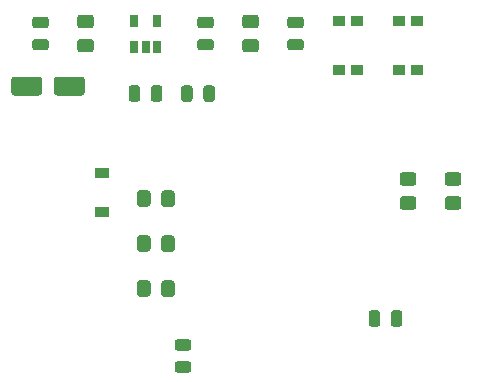
<source format=gbr>
G04 #@! TF.GenerationSoftware,KiCad,Pcbnew,(5.1.6-0-10_14)*
G04 #@! TF.CreationDate,2020-11-11T00:58:41-06:00*
G04 #@! TF.ProjectId,TempHumSensWithESP01,54656d70-4875-46d5-9365-6e7357697468,rev?*
G04 #@! TF.SameCoordinates,Original*
G04 #@! TF.FileFunction,Paste,Top*
G04 #@! TF.FilePolarity,Positive*
%FSLAX46Y46*%
G04 Gerber Fmt 4.6, Leading zero omitted, Abs format (unit mm)*
G04 Created by KiCad (PCBNEW (5.1.6-0-10_14)) date 2020-11-11 00:58:41*
%MOMM*%
%LPD*%
G01*
G04 APERTURE LIST*
%ADD10R,1.000000X0.900000*%
%ADD11R,0.650000X1.060000*%
%ADD12R,1.200000X0.900000*%
G04 APERTURE END LIST*
G36*
G01*
X146110000Y-81095001D02*
X146110000Y-80194999D01*
G75*
G02*
X146359999Y-79945000I249999J0D01*
G01*
X147010001Y-79945000D01*
G75*
G02*
X147260000Y-80194999I0J-249999D01*
G01*
X147260000Y-81095001D01*
G75*
G02*
X147010001Y-81345000I-249999J0D01*
G01*
X146359999Y-81345000D01*
G75*
G02*
X146110000Y-81095001I0J249999D01*
G01*
G37*
G36*
G01*
X144060000Y-81095001D02*
X144060000Y-80194999D01*
G75*
G02*
X144309999Y-79945000I249999J0D01*
G01*
X144960001Y-79945000D01*
G75*
G02*
X145210000Y-80194999I0J-249999D01*
G01*
X145210000Y-81095001D01*
G75*
G02*
X144960001Y-81345000I-249999J0D01*
G01*
X144309999Y-81345000D01*
G75*
G02*
X144060000Y-81095001I0J249999D01*
G01*
G37*
G36*
G01*
X136025000Y-62950000D02*
X136025000Y-64050000D01*
G75*
G02*
X135775000Y-64300000I-250000J0D01*
G01*
X133675000Y-64300000D01*
G75*
G02*
X133425000Y-64050000I0J250000D01*
G01*
X133425000Y-62950000D01*
G75*
G02*
X133675000Y-62700000I250000J0D01*
G01*
X135775000Y-62700000D01*
G75*
G02*
X136025000Y-62950000I0J-250000D01*
G01*
G37*
G36*
G01*
X139625000Y-62950000D02*
X139625000Y-64050000D01*
G75*
G02*
X139375000Y-64300000I-250000J0D01*
G01*
X137275000Y-64300000D01*
G75*
G02*
X137025000Y-64050000I0J250000D01*
G01*
X137025000Y-62950000D01*
G75*
G02*
X137275000Y-62700000I250000J0D01*
G01*
X139375000Y-62700000D01*
G75*
G02*
X139625000Y-62950000I0J-250000D01*
G01*
G37*
G36*
G01*
X147498750Y-86810000D02*
X148411250Y-86810000D01*
G75*
G02*
X148655000Y-87053750I0J-243750D01*
G01*
X148655000Y-87541250D01*
G75*
G02*
X148411250Y-87785000I-243750J0D01*
G01*
X147498750Y-87785000D01*
G75*
G02*
X147255000Y-87541250I0J243750D01*
G01*
X147255000Y-87053750D01*
G75*
G02*
X147498750Y-86810000I243750J0D01*
G01*
G37*
G36*
G01*
X147498750Y-84935000D02*
X148411250Y-84935000D01*
G75*
G02*
X148655000Y-85178750I0J-243750D01*
G01*
X148655000Y-85666250D01*
G75*
G02*
X148411250Y-85910000I-243750J0D01*
G01*
X147498750Y-85910000D01*
G75*
G02*
X147255000Y-85666250I0J243750D01*
G01*
X147255000Y-85178750D01*
G75*
G02*
X147498750Y-84935000I243750J0D01*
G01*
G37*
D10*
X166205000Y-62121000D03*
X167805000Y-62121000D03*
X166205000Y-58021000D03*
X167805000Y-58021000D03*
G36*
G01*
X157023750Y-59505000D02*
X157936250Y-59505000D01*
G75*
G02*
X158180000Y-59748750I0J-243750D01*
G01*
X158180000Y-60236250D01*
G75*
G02*
X157936250Y-60480000I-243750J0D01*
G01*
X157023750Y-60480000D01*
G75*
G02*
X156780000Y-60236250I0J243750D01*
G01*
X156780000Y-59748750D01*
G75*
G02*
X157023750Y-59505000I243750J0D01*
G01*
G37*
G36*
G01*
X157023750Y-57630000D02*
X157936250Y-57630000D01*
G75*
G02*
X158180000Y-57873750I0J-243750D01*
G01*
X158180000Y-58361250D01*
G75*
G02*
X157936250Y-58605000I-243750J0D01*
G01*
X157023750Y-58605000D01*
G75*
G02*
X156780000Y-58361250I0J243750D01*
G01*
X156780000Y-57873750D01*
G75*
G02*
X157023750Y-57630000I243750J0D01*
G01*
G37*
G36*
G01*
X135433750Y-59505000D02*
X136346250Y-59505000D01*
G75*
G02*
X136590000Y-59748750I0J-243750D01*
G01*
X136590000Y-60236250D01*
G75*
G02*
X136346250Y-60480000I-243750J0D01*
G01*
X135433750Y-60480000D01*
G75*
G02*
X135190000Y-60236250I0J243750D01*
G01*
X135190000Y-59748750D01*
G75*
G02*
X135433750Y-59505000I243750J0D01*
G01*
G37*
G36*
G01*
X135433750Y-57630000D02*
X136346250Y-57630000D01*
G75*
G02*
X136590000Y-57873750I0J-243750D01*
G01*
X136590000Y-58361250D01*
G75*
G02*
X136346250Y-58605000I-243750J0D01*
G01*
X135433750Y-58605000D01*
G75*
G02*
X135190000Y-58361250I0J243750D01*
G01*
X135190000Y-57873750D01*
G75*
G02*
X135433750Y-57630000I243750J0D01*
G01*
G37*
D11*
X143830000Y-57955000D03*
X145730000Y-57955000D03*
X145730000Y-60155000D03*
X144780000Y-60155000D03*
X143830000Y-60155000D03*
D10*
X162725000Y-58021000D03*
X161125000Y-58021000D03*
X162725000Y-62121000D03*
X161125000Y-62121000D03*
G36*
G01*
X167455001Y-71940000D02*
X166554999Y-71940000D01*
G75*
G02*
X166305000Y-71690001I0J249999D01*
G01*
X166305000Y-71039999D01*
G75*
G02*
X166554999Y-70790000I249999J0D01*
G01*
X167455001Y-70790000D01*
G75*
G02*
X167705000Y-71039999I0J-249999D01*
G01*
X167705000Y-71690001D01*
G75*
G02*
X167455001Y-71940000I-249999J0D01*
G01*
G37*
G36*
G01*
X167455001Y-73990000D02*
X166554999Y-73990000D01*
G75*
G02*
X166305000Y-73740001I0J249999D01*
G01*
X166305000Y-73089999D01*
G75*
G02*
X166554999Y-72840000I249999J0D01*
G01*
X167455001Y-72840000D01*
G75*
G02*
X167705000Y-73089999I0J-249999D01*
G01*
X167705000Y-73740001D01*
G75*
G02*
X167455001Y-73990000I-249999J0D01*
G01*
G37*
G36*
G01*
X171265001Y-71940000D02*
X170364999Y-71940000D01*
G75*
G02*
X170115000Y-71690001I0J249999D01*
G01*
X170115000Y-71039999D01*
G75*
G02*
X170364999Y-70790000I249999J0D01*
G01*
X171265001Y-70790000D01*
G75*
G02*
X171515000Y-71039999I0J-249999D01*
G01*
X171515000Y-71690001D01*
G75*
G02*
X171265001Y-71940000I-249999J0D01*
G01*
G37*
G36*
G01*
X171265001Y-73990000D02*
X170364999Y-73990000D01*
G75*
G02*
X170115000Y-73740001I0J249999D01*
G01*
X170115000Y-73089999D01*
G75*
G02*
X170364999Y-72840000I249999J0D01*
G01*
X171265001Y-72840000D01*
G75*
G02*
X171515000Y-73089999I0J-249999D01*
G01*
X171515000Y-73740001D01*
G75*
G02*
X171265001Y-73990000I-249999J0D01*
G01*
G37*
G36*
G01*
X144060000Y-73475001D02*
X144060000Y-72574999D01*
G75*
G02*
X144309999Y-72325000I249999J0D01*
G01*
X144960001Y-72325000D01*
G75*
G02*
X145210000Y-72574999I0J-249999D01*
G01*
X145210000Y-73475001D01*
G75*
G02*
X144960001Y-73725000I-249999J0D01*
G01*
X144309999Y-73725000D01*
G75*
G02*
X144060000Y-73475001I0J249999D01*
G01*
G37*
G36*
G01*
X146110000Y-73475001D02*
X146110000Y-72574999D01*
G75*
G02*
X146359999Y-72325000I249999J0D01*
G01*
X147010001Y-72325000D01*
G75*
G02*
X147260000Y-72574999I0J-249999D01*
G01*
X147260000Y-73475001D01*
G75*
G02*
X147010001Y-73725000I-249999J0D01*
G01*
X146359999Y-73725000D01*
G75*
G02*
X146110000Y-73475001I0J249999D01*
G01*
G37*
G36*
G01*
X146110000Y-77285001D02*
X146110000Y-76384999D01*
G75*
G02*
X146359999Y-76135000I249999J0D01*
G01*
X147010001Y-76135000D01*
G75*
G02*
X147260000Y-76384999I0J-249999D01*
G01*
X147260000Y-77285001D01*
G75*
G02*
X147010001Y-77535000I-249999J0D01*
G01*
X146359999Y-77535000D01*
G75*
G02*
X146110000Y-77285001I0J249999D01*
G01*
G37*
G36*
G01*
X144060000Y-77285001D02*
X144060000Y-76384999D01*
G75*
G02*
X144309999Y-76135000I249999J0D01*
G01*
X144960001Y-76135000D01*
G75*
G02*
X145210000Y-76384999I0J-249999D01*
G01*
X145210000Y-77285001D01*
G75*
G02*
X144960001Y-77535000I-249999J0D01*
G01*
X144309999Y-77535000D01*
G75*
G02*
X144060000Y-77285001I0J249999D01*
G01*
G37*
G36*
G01*
X154120001Y-58605000D02*
X153219999Y-58605000D01*
G75*
G02*
X152970000Y-58355001I0J249999D01*
G01*
X152970000Y-57704999D01*
G75*
G02*
X153219999Y-57455000I249999J0D01*
G01*
X154120001Y-57455000D01*
G75*
G02*
X154370000Y-57704999I0J-249999D01*
G01*
X154370000Y-58355001D01*
G75*
G02*
X154120001Y-58605000I-249999J0D01*
G01*
G37*
G36*
G01*
X154120001Y-60655000D02*
X153219999Y-60655000D01*
G75*
G02*
X152970000Y-60405001I0J249999D01*
G01*
X152970000Y-59754999D01*
G75*
G02*
X153219999Y-59505000I249999J0D01*
G01*
X154120001Y-59505000D01*
G75*
G02*
X154370000Y-59754999I0J-249999D01*
G01*
X154370000Y-60405001D01*
G75*
G02*
X154120001Y-60655000I-249999J0D01*
G01*
G37*
G36*
G01*
X140150001Y-58605000D02*
X139249999Y-58605000D01*
G75*
G02*
X139000000Y-58355001I0J249999D01*
G01*
X139000000Y-57704999D01*
G75*
G02*
X139249999Y-57455000I249999J0D01*
G01*
X140150001Y-57455000D01*
G75*
G02*
X140400000Y-57704999I0J-249999D01*
G01*
X140400000Y-58355001D01*
G75*
G02*
X140150001Y-58605000I-249999J0D01*
G01*
G37*
G36*
G01*
X140150001Y-60655000D02*
X139249999Y-60655000D01*
G75*
G02*
X139000000Y-60405001I0J249999D01*
G01*
X139000000Y-59754999D01*
G75*
G02*
X139249999Y-59505000I249999J0D01*
G01*
X140150001Y-59505000D01*
G75*
G02*
X140400000Y-59754999I0J-249999D01*
G01*
X140400000Y-60405001D01*
G75*
G02*
X140150001Y-60655000I-249999J0D01*
G01*
G37*
D12*
X141097000Y-70867000D03*
X141097000Y-74167000D03*
G36*
G01*
X165550000Y-83641250D02*
X165550000Y-82728750D01*
G75*
G02*
X165793750Y-82485000I243750J0D01*
G01*
X166281250Y-82485000D01*
G75*
G02*
X166525000Y-82728750I0J-243750D01*
G01*
X166525000Y-83641250D01*
G75*
G02*
X166281250Y-83885000I-243750J0D01*
G01*
X165793750Y-83885000D01*
G75*
G02*
X165550000Y-83641250I0J243750D01*
G01*
G37*
G36*
G01*
X163675000Y-83641250D02*
X163675000Y-82728750D01*
G75*
G02*
X163918750Y-82485000I243750J0D01*
G01*
X164406250Y-82485000D01*
G75*
G02*
X164650000Y-82728750I0J-243750D01*
G01*
X164650000Y-83641250D01*
G75*
G02*
X164406250Y-83885000I-243750J0D01*
G01*
X163918750Y-83885000D01*
G75*
G02*
X163675000Y-83641250I0J243750D01*
G01*
G37*
G36*
G01*
X148775000Y-63678750D02*
X148775000Y-64591250D01*
G75*
G02*
X148531250Y-64835000I-243750J0D01*
G01*
X148043750Y-64835000D01*
G75*
G02*
X147800000Y-64591250I0J243750D01*
G01*
X147800000Y-63678750D01*
G75*
G02*
X148043750Y-63435000I243750J0D01*
G01*
X148531250Y-63435000D01*
G75*
G02*
X148775000Y-63678750I0J-243750D01*
G01*
G37*
G36*
G01*
X150650000Y-63678750D02*
X150650000Y-64591250D01*
G75*
G02*
X150406250Y-64835000I-243750J0D01*
G01*
X149918750Y-64835000D01*
G75*
G02*
X149675000Y-64591250I0J243750D01*
G01*
X149675000Y-63678750D01*
G75*
G02*
X149918750Y-63435000I243750J0D01*
G01*
X150406250Y-63435000D01*
G75*
G02*
X150650000Y-63678750I0J-243750D01*
G01*
G37*
G36*
G01*
X149403750Y-59505000D02*
X150316250Y-59505000D01*
G75*
G02*
X150560000Y-59748750I0J-243750D01*
G01*
X150560000Y-60236250D01*
G75*
G02*
X150316250Y-60480000I-243750J0D01*
G01*
X149403750Y-60480000D01*
G75*
G02*
X149160000Y-60236250I0J243750D01*
G01*
X149160000Y-59748750D01*
G75*
G02*
X149403750Y-59505000I243750J0D01*
G01*
G37*
G36*
G01*
X149403750Y-57630000D02*
X150316250Y-57630000D01*
G75*
G02*
X150560000Y-57873750I0J-243750D01*
G01*
X150560000Y-58361250D01*
G75*
G02*
X150316250Y-58605000I-243750J0D01*
G01*
X149403750Y-58605000D01*
G75*
G02*
X149160000Y-58361250I0J243750D01*
G01*
X149160000Y-57873750D01*
G75*
G02*
X149403750Y-57630000I243750J0D01*
G01*
G37*
G36*
G01*
X145230000Y-64591250D02*
X145230000Y-63678750D01*
G75*
G02*
X145473750Y-63435000I243750J0D01*
G01*
X145961250Y-63435000D01*
G75*
G02*
X146205000Y-63678750I0J-243750D01*
G01*
X146205000Y-64591250D01*
G75*
G02*
X145961250Y-64835000I-243750J0D01*
G01*
X145473750Y-64835000D01*
G75*
G02*
X145230000Y-64591250I0J243750D01*
G01*
G37*
G36*
G01*
X143355000Y-64591250D02*
X143355000Y-63678750D01*
G75*
G02*
X143598750Y-63435000I243750J0D01*
G01*
X144086250Y-63435000D01*
G75*
G02*
X144330000Y-63678750I0J-243750D01*
G01*
X144330000Y-64591250D01*
G75*
G02*
X144086250Y-64835000I-243750J0D01*
G01*
X143598750Y-64835000D01*
G75*
G02*
X143355000Y-64591250I0J243750D01*
G01*
G37*
M02*

</source>
